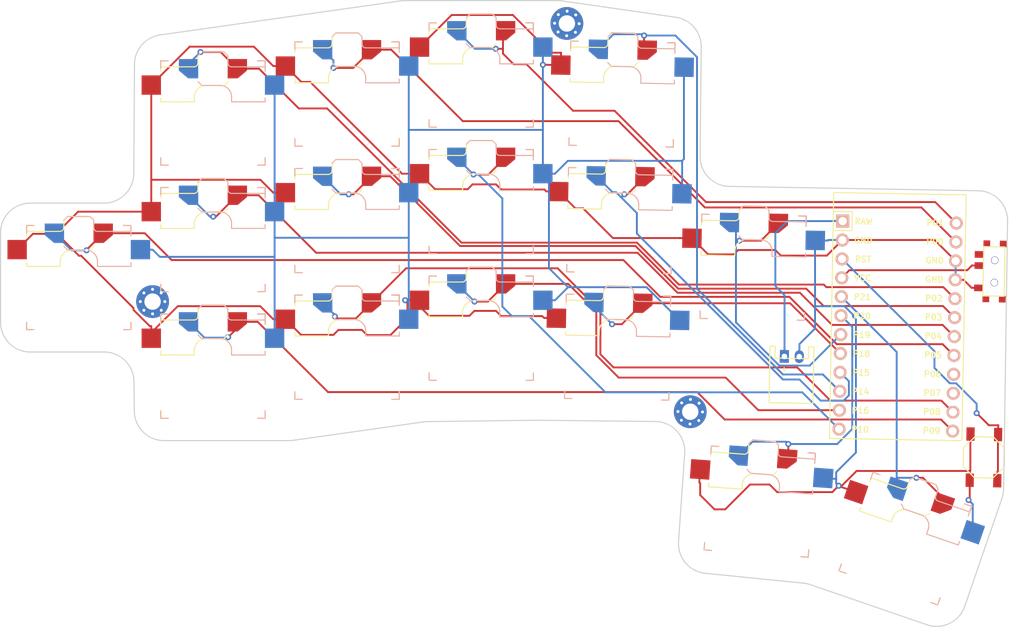
<source format=kicad_pcb>
(kicad_pcb (version 20221018) (generator pcbnew)
  (title_block (title "custom_split") (rev "v1.0.0") (company "Unknown"))
  (layers (0 "F.Cu" signal) (31 "B.Cu" signal) (34 "B.Paste" user) (35 "F.Paste" user) (36 "B.SilkS" user "B.Silkscreen") (37 "F.SilkS" user "F.Silkscreen") (38 "B.Mask" user) (39 "F.Mask" user) (44 "Edge.Cuts" user))
  (net 0 "")
  (net 1 "P5")
  (net 2 "GND")
  (net 3 "P9")
  (net 4 "P4")
  (net 5 "P2")
  (net 6 "P8")
  (net 7 "P3")
  (net 8 "P0")
  (net 9 "P16")
  (net 10 "P10")
  (net 11 "P1")
  (net 12 "P18")
  (net 13 "P15")
  (net 14 "P14")
  (net 15 "P19")
  (net 16 "P20")
  (net 17 "P21")
  (net 18 "RAW")
  (net 19 "RST")
  (net 20 "VCC")
  (net 21 "P6")
  (net 22 "P7")
  (footprint "E73:SPDT_C128955" (layer "F.Cu") (at 282.8852 152.1813 -91)
    (fp_text reference "T1" hide)
    (fp_text value "" hide)
  )
  (footprint "E73:SW_TACT_ALPS_SKQGABE010" (layer "F.Cu") (at 281.4592 177.1502 89)
    (fp_text reference "B1" hide)
    (fp_text value "" hide)
  )
  (footprint "PG1350" (layer "F.Cu") (at 232.5967 145.3526 -1)
    (fp_text reference "S12" hide)
    (fp_text value "")
  )
  (footprint "PG1350" (layer "F.Cu") (at 251.381 183.0862 -4)
    (fp_text reference "S15" hide)
    (fp_text value "")
  )
  (footprint "MountingHole_2.2mm_M2_Pad_Via" (layer "F.Cu") (at 169.9 156.23)
    (fp_text reference "_1" hide)
    (fp_text value "")
  )
  (footprint "ProMicro" (layer "F.Cu") (at 269.8851 159.5205 -91)
    (fp_text reference "MCU1" hide)
    (fp_text value "" hide)
  )
  (footprint "PG1350" (layer "F.Cu") (at 196 162.35)
    (fp_text reference "S5" hide)
    (fp_text value "")
  )
  (footprint "MountingHole_2.2mm_M2_Pad_Via" (layer "F.Cu") (at 242.0501 171.0215 -1)
    (fp_text reference "_3" hide)
    (fp_text value "")
  )
  (footprint "PG1350" (layer "F.Cu") (at 178 164.9)
    (fp_text reference "S2" hide)
    (fp_text value "")
  )
  (footprint "PG1350" (layer "F.Cu") (at 232.8934 128.3552 -1)
    (fp_text reference "S13" hide)
    (fp_text value "")
  )
  (footprint "PG1350" (layer "F.Cu") (at 160 153)
    (fp_text reference "S1" hide)
    (fp_text value "")
  )
  (footprint "MountingHole_2.2mm_M2_Pad_Via" (layer "F.Cu") (at 225.4977 118.8747 -1)
    (fp_text reference "_2" hide)
    (fp_text value "")
  )
  (footprint "PG1350" (layer "F.Cu") (at 178 130.9)
    (fp_text reference "S4" hide)
    (fp_text value "")
  )
  (footprint "PG1350" (layer "F.Cu") (at 250.4901 151.6158 -1)
    (fp_text reference "S14" hide)
    (fp_text value "")
  )
  (footprint "PG1350" (layer "F.Cu") (at 214 159.8)
    (fp_text reference "S8" hide)
    (fp_text value "")
  )
  (footprint "PG1350" (layer "F.Cu") (at 214 125.8)
    (fp_text reference "S10" hide)
    (fp_text value "")
  )
  (footprint "PG1350" (layer "F.Cu") (at 232.3 162.35 -1)
    (fp_text reference "S11" hide)
    (fp_text value "")
  )
  (footprint "JST_PH_S2B-PH-K_02x2.00mm_Angled" (layer "F.Cu") (at 255.6816 163.6083 -1)
    (fp_text reference "JST1" hide)
    (fp_text value "" hide)
  )
  (footprint "PG1350" (layer "F.Cu") (at 178 147.9)
    (fp_text reference "S3" hide)
    (fp_text value "")
  )
  (footprint "PG1350" (layer "F.Cu") (at 196 145.35)
    (fp_text reference "S6" hide)
    (fp_text value "")
  )
  (footprint "PG1350" (layer "F.Cu") (at 196 128.35)
    (fp_text reference "S7" hide)
    (fp_text value "")
  )
  (footprint "PG1350" (layer "F.Cu") (at 214 142.8)
    (fp_text reference "S9" hide)
    (fp_text value "")
  )
  (footprint "PG1350" (layer "F.Cu") (at 270.9134 188.0574 -19)
    (fp_text reference "S16" hide)
    (fp_text value "")
  )
  (gr_line (start 224.783037 115.840674) (end 240.09809 118.041547) (stroke (width 0.15)) (layer "Edge.Cuts"))
  (gr_arc (start 167.476587 124.349454) (mid 168.465126 121.743798) (end 170.915431 120.416147) (stroke (width 0.15)) (layer "Edge.Cuts"))
  (gr_arc (start 284.106372 181.381511) (mid 284.046992 182.011911) (end 283.888878 182.625042) (stroke (width 0.15)) (layer "Edge.Cuts"))
  (gr_arc (start 149.5 147) (mid 150.671573 144.171573) (end 153.5 143) (stroke (width 0.15)) (layer "Edge.Cuts"))
  (gr_arc (start 171.449898 174.900001) (mid 168.639351 173.746197) (end 167.450215 170.950416) (stroke (width 0.15)) (layer "Edge.Cuts"))
  (gr_line (start 167.450215 170.950416) (end 167.399785 166.949584) (stroke (width 0.15)) (layer "Edge.Cuts"))
  (gr_arc (start 203.220862 115.839545) (mid 203.500698 115.809899) (end 203.781926 115.8) (stroke (width 0.15)) (layer "Edge.Cuts"))
  (gr_arc (start 224.214056 115.8) (mid 224.499272 115.810182) (end 224.783037 115.840674) (stroke (width 0.15)) (layer "Edge.Cuts"))
  (gr_line (start 188.218074 174.9) (end 171.449898 174.9) (stroke (width 0.15)) (layer "Edge.Cuts"))
  (gr_arc (start 278.887896 197.148951) (mid 276.859306 199.441855) (end 273.803548 199.628753) (stroke (width 0.15)) (layer "Edge.Cuts"))
  (gr_arc (start 188.779138 174.860455) (mid 188.499302 174.890101) (end 188.218074 174.9) (stroke (width 0.15)) (layer "Edge.Cuts"))
  (gr_line (start 153.5 143) (end 163.377057 143) (stroke (width 0.15)) (layer "Edge.Cuts"))
  (gr_line (start 203.781926 115.8) (end 224.214056 115.8) (stroke (width 0.15)) (layer "Edge.Cuts"))
  (gr_arc (start 206.245159 172.386102) (mid 206.500633 172.358248) (end 206.757368 172.346856) (stroke (width 0.15)) (layer "Edge.Cuts"))
  (gr_arc (start 221.581336 172.165785) (mid 221.627072 172.165488) (end 221.672809 172.165714) (stroke (width 0.15)) (layer "Edge.Cuts"))
  (gr_line (start 237.360473 172.332868) (end 221.672809 172.165714) (stroke (width 0.15)) (layer "Edge.Cuts"))
  (gr_arc (start 280.705074 141.341586) (mid 283.508776 142.558364) (end 284.634833 145.399717) (stroke (width 0.15)) (layer "Edge.Cuts"))
  (gr_line (start 163.400102 163) (end 153.5 163) (stroke (width 0.15)) (layer "Edge.Cuts"))
  (gr_line (start 284.634833 145.399717) (end 284.106372 181.38151) (stroke (width 0.15)) (layer "Edge.Cuts"))
  (gr_line (start 273.803548 199.628753) (end 258.168953 194.24533) (stroke (width 0.15)) (layer "Edge.Cuts"))
  (gr_line (start 167.376965 139.027149) (end 167.476587 124.349454) (stroke (width 0.15)) (layer "Edge.Cuts"))
  (gr_line (start 221.581336 172.165785) (end 206.757368 172.346856) (stroke (width 0.15)) (layer "Edge.Cuts"))
  (gr_arc (start 237.360473 172.332868) (mid 240.257761 173.620271) (end 241.308111 176.611667) (stroke (width 0.15)) (layer "Edge.Cuts"))
  (gr_arc (start 257.267542 194.047541) (mid 257.723971 194.120352) (end 258.168953 194.24533) (stroke (width 0.15)) (layer "Edge.Cuts"))
  (gr_arc (start 247.302111 140.758535) (mid 244.503986 139.547504) (end 243.372149 136.716419) (stroke (width 0.15)) (layer "Edge.Cuts"))
  (gr_line (start 283.888878 182.625042) (end 278.887895 197.148951) (stroke (width 0.15)) (layer "Edge.Cuts"))
  (gr_arc (start 244.069041 192.718157) (mid 241.411306 191.316081) (end 240.479646 188.459267) (stroke (width 0.15)) (layer "Edge.Cuts"))
  (gr_arc (start 240.098091 118.041547) (mid 242.565963 119.397505) (end 243.528881 122.043597) (stroke (width 0.15)) (layer "Edge.Cuts"))
  (gr_line (start 149.5 159) (end 149.5 147) (stroke (width 0.15)) (layer "Edge.Cuts"))
  (gr_arc (start 163.400102 162.999999) (mid 166.210649 164.153803) (end 167.399785 166.949584) (stroke (width 0.15)) (layer "Edge.Cuts"))
  (gr_line (start 257.267542 194.047541) (end 244.069041 192.718156) (stroke (width 0.15)) (layer "Edge.Cuts"))
  (gr_line (start 170.915431 120.416147) (end 203.220862 115.839545) (stroke (width 0.15)) (layer "Edge.Cuts"))
  (gr_line (start 243.528881 122.043597) (end 243.372149 136.716419) (stroke (width 0.15)) (layer "Edge.Cuts"))
  (gr_line (start 247.302112 140.758534) (end 280.705074 141.341585) (stroke (width 0.15)) (layer "Edge.Cuts"))
  (gr_arc (start 153.5 163) (mid 150.671573 161.828427) (end 149.5 159) (stroke (width 0.15)) (layer "Edge.Cuts"))
  (gr_line (start 206.245159 172.386103) (end 188.779138 174.860455) (stroke (width 0.15)) (layer "Edge.Cuts"))
  (gr_line (start 240.479646 188.459267) (end 241.308111 176.611666) (stroke (width 0.15)) (layer "Edge.Cuts"))
  (gr_arc (start 167.376965 139.027149) (mid 166.195869 141.83801) (end 163.377057 143) (stroke (width 0.15)) (layer "Edge.Cuts"))
  (segment (start 261.7127 161.9492) (end 255.355 155.5915) (width 0.25) (layer "F.Cu") (net 1))
  (segment (start 168.8574 147.05) (end 163.275 147.05) (width 0.25) (layer "F.Cu") (net 1))
  (segment (start 238.0162 155.5915) (end 233.0764 150.6517) (width 0.25) (layer "F.Cu") (net 1))
  (segment (start 233.0764 150.6517) (end 172.4591 150.6517) (width 0.25) (layer "F.Cu") (net 1))
  (segment (start 172.4591 150.6517) (end 168.8574 147.05) (width 0.25) (layer "F.Cu") (net 1))
  (segment (start 163.275 147.05) (end 161.0438 149.2812) (width 0.25) (layer "F.Cu") (net 1))
  (segment (start 275.9237 161.9492) (end 261.7127 161.9492) (width 0.25) (layer "F.Cu") (net 1))
  (segment (start 277.4374 163.4629) (end 275.9237 161.9492) (width 0.25) (layer "F.Cu") (net 1))
  (segment (start 255.355 155.5915) (end 238.0162 155.5915) (width 0.25) (layer "F.Cu") (net 1))
  (segment (start 161.0438 149.2812) (end 161.0438 149.3425) (width 0.25) (layer "F.Cu") (net 1))
  (via (at 161.0438 149.3425) (size 0.8) (drill 0.4) (layers "F.Cu" "B.Cu") (net 1))
  (segment (start 159.0175 149.3425) (end 161.0438 149.3425) (width 0.25) (layer "B.Cu") (net 1))
  (segment (start 156.725 147.05) (end 159.0175 149.3425) (width 0.25) (layer "B.Cu") (net 1))
  (segment (start 184.3451 156.847) (end 186.0981 158.6) (width 0.25) (layer "F.Cu") (net 2))
  (segment (start 244.4481 149.8883) (end 242.2818 147.722) (width 0.25) (layer "F.Cu") (net 2))
  (segment (start 213.0811 157.4784) (end 215.9799 157.4784) (width 0.25) (layer "F.Cu") (net 2))
  (segment (start 169.5216 159.5231) (end 169.725 159.5231) (width 0.25) (layer "F.Cu") (net 2))
  (segment (start 253.719 181.8176) (end 261.1168 181.8176) (width 0.25) (layer "F.Cu") (net 2))
  (segment (start 169.725 161.15) (end 169.725 160.4039) (width 0.25) (layer "F.Cu") (net 2))
  (segment (start 242.2818 147.722) (end 240.6267 147.693) (width 0.25) (layer "F.Cu") (net 2))
  (segment (start 194.8336 160.0357) (end 197.9872 160.0357) (width 0.25) (layer "F.Cu") (net 2))
  (segment (start 243.3877 182.215) (end 245.303 184.1303) (width 0.25) (layer "F.Cu") (net 2))
  (segment (start 215.9901 140.4886) (end 212.8307 140.4886) (width 0.25) (layer "F.Cu") (net 2))
  (segment (start 204.9116 156.05) (end 206.9983 158.1367) (width 0.25) (layer "F.Cu") (net 2))
  (segment (start 169.725 144.15) (end 169.725 142.5231) (width 0.25) (layer "F.Cu") (net 2))
  (segment (start 243.3877 180.626) (end 243.3877 182.215) (width 0.25) (layer "F.Cu") (net 2))
  (segment (start 223.3095 122.8064) (end 218.2433 117.7402) (width 0.25) (layer "F.Cu") (net 2))
  (segment (start 222.7333 141.4298) (end 222.4814 141.1779) (width 0.25) (layer "F.Cu") (net 2))
  (segment (start 210.0348 117.7402) (end 205.725 122.05) (width 0.25) (layer "F.Cu") (net 2))
  (segment (start 187.725 158.6) (end 189.826 160.701) (width 0.25) (layer "F.Cu") (net 2))
  (segment (start 198.6794 160.7279) (end 201.8178 160.7279) (width 0.25) (layer "F.Cu") (net 2))
  (segment (start 261.1168 181.8176) (end 261.9713 180.9631) (width 0.25) (layer "F.Cu") (net 2))
  (segment (start 169.725 139.8649) (end 184.363 139.8649) (width 0.25) (layer "F.Cu") (net 2))
  (segment (start 279.6419 178.9107) (end 279.5772 178.9754) (width 0.25) (layer "F.Cu") (net 2))
  (segment (start 174.8841 121.9909) (end 169.725 127.15) (width 0.25) (layer "F.Cu") (net 2))
  (segment (start 277.6148 153.3045) (end 278.7326 153.3045) (width 0.25) (layer "F.Cu") (net 2))
  (segment (start 224.3884 141.4588) (end 226.6404 143.7108) (width 0.25) (layer "F.Cu") (net 2))
  (segment (start 222.4814 141.1779) (end 216.6794 141.1779) (width 0.25) (layer "F.Cu") (net 2))
  (segment (start 252.6949 180.7935) (end 253.719 181.8176) (width 0.25) (layer "F.Cu") (net 2))
  (segment (start 157.0752 147.1286) (end 153.8464 147.1286) (width 0.25) (layer "F.Cu") (net 2))
  (segment (start 277.6591 150.7648) (end 274.8536 147.9593) (width 0.25) (layer "F.Cu") (net 2))
  (segment (start 169.725 139.8649) (end 169.725 142.5231) (width 0.25) (layer "F.Cu") (net 2))
  (segment (start 222.275 124.4272) (end 223.0248 124.4272) (width 0.25) (layer "F.Cu") (net 2))
  (segment (start 274.8536 147.9593) (end 262.4657 147.9593) (width 0.25) (layer "F.Cu") (net 2))
  (segment (start 206.9983 158.1367) (end 212.4228 158.1367) (width 0.25) (layer "F.Cu") (net 2))
  (segment (start 173.2819 156.847) (end 184.3451 156.847) (width 0.25) (layer "F.Cu") (net 2))
  (segment (start 194.1683 160.701) (end 194.8336 160.0357) (width 0.25) (layer "F.Cu") (net 2))
  (segment (start 224.7141 122.8064) (end 223.3095 122.8064) (width 0.25) (layer "F.Cu") (net 2))
  (segment (start 247.906 149.8883) (end 244.4481 149.8883) (width 0.25) (layer "F.Cu") (net 2))
  (segment (start 205.725 156.05) (end 204.9116 156.05) (width 0.25) (layer "F.Cu") (net 2))
  (segment (start 231.6672 147.6931) (end 240.6267 147.6931) (width 0.25) (layer "F.Cu") (net 2))
  (segment (start 250.0823 180.7935) (end 252.6949 180.7935) (width 0.25) (layer "F.Cu") (net 2))
  (segment (start 224.3884 141.4588) (end 222.7333 141.4298) (width 0.25) (layer "F.Cu") (net 2))
  (segment (start 159.9095 144.15) (end 157.0752 146.9843) (width 0.25) (layer "F.Cu") (net 2))
  (segment (start 216.6793 158.1778) (end 222.1872 158.1778) (width 0.25) (layer "F.Cu") (net 2))
  (segment (start 207.813 141.138) (end 205.725 139.05) (width 0.25) (layer "F.Cu") (net 2))
  (segment (start 243.3877 178.7681) (end 243.2662 180.5046) (width 0.25) (layer "F.Cu") (net 2))
  (segment (start 224.0917 158.4562) (end 222.4366 158.4272) (width 0.25) (layer "F.Cu") (net 2))
  (segment (start 157.0752 146.9843) (end 157.0752 147.1286) (width 0.25) (layer "F.Cu") (net 2))
  (segment (start 223.0248 124.4272) (end 223.03 124.4324) (width 0.25) (layer "F.Cu") (net 2))
  (segment (start 280.7712 154.3947) (end 279.8059 154.3778) (width 0.25) (layer "F.Cu") (net 2))
  (segment (start 264.3723 178.9754) (end 262.2422 181.1055) (width 0.25) (layer "F.Cu") (net 2))
  (segment (start 226.6404 143.7108) (end 227.6849 143.7108) (width 0.25) (layer "F.Cu") (net 2))
  (segment (start 279.555379 182.724621) (end 279.4 182.88) (width 0.25) (layer "F.Cu") (net 2))
  (segment (start 279.555379 180.217441) (end 279.555379 182.724621) (width 0.25) (layer "F.Cu") (net 2))
  (segment (start 224.6851 124.4614) (end 223.03 124.4324) (width 0.25) (layer "F.Cu") (net 2))
  (segment (start 279.5771 178.9754) (end 264.3723 178.9754) (width 0.25) (layer "F.Cu") (net 2))
  (segment (start 218.2433 117.7402) (end 210.0348 117.7402) (width 0.25) (layer "F.Cu") (net 2))
  (segment (start 254.2068 150.0533) (end 253.4602 149.3067) (width 0.25) (layer "F.Cu") (net 2))
  (segment (start 262.0998 180.9631) (end 262.2422 181.1055) (width 0.25) (layer "F.Cu") (net 2))
  (segment (start 191.0482 126.728) (end 189.853 126.728) (width 0.25) (layer "F.Cu") (net 2))
  (segment (start 245.303 184.1303) (end 246.7455 184.1303) (width 0.25) (layer "F.Cu") (net 2))
  (segment (start 186.0981 124.6) (end 183.489 121.9909) (width 0.25) (layer "F.Cu") (net 2))
  (segment (start 157.0752 147.1286) (end 160.0161 150.0695) (width 0.25) (layer "F.Cu") (net 2))
  (segment (start 203.3702 139.05) (end 191.0482 126.728) (width 0.25) (layer "F.Cu") (net 2))
  (segment (start 204.9116 156.05) (end 204.0981 156.05) (width 0.25) (layer "F.Cu") (net 2))
  (segment (start 212.8307 140.4886) (end 212.1813 141.138) (width 0.25) (layer "F.Cu") (net 2))
  (segment (start 205.725 139.05) (end 203.3702 139.05) (width 0.25) (layer "F.Cu") (net 2))
  (segment (start 278.7326 153.3045) (end 279.8059 154.3778) (width 0.25) (layer "F.Cu") (net 2))
  (segment (start 153.8464 147.1286) (end 151.725 149.25) (width 0.25) (layer "F.Cu") (net 2))
  (segment (start 262.4657 147.9593) (end 260.3717 150.0533) (width 0.25) (layer "F.Cu") (net 2))
  (segment (start 160.3146 150.0695) (end 167.3304 157.0853) (width 0.25) (layer "F.Cu") (net 2))
  (segment (start 167.3304 157.3319) (end 169.5216 159.5231) (width 0.25) (layer "F.Cu") (net 2))
  (segment (start 279.5772 178.9754) (end 279.5771 178.9754) (width 0.25) (layer "F.Cu") (net 2))
  (segment (start 189.853 126.728) (end 187.725 124.6) (width 0.25) (layer "F.Cu") (net 2))
  (segment (start 224.6851 124.4614) (end 224.7141 122.8064) (width 0.25) (layer "F.Cu") (net 2))
  (segment (start 184.363 139.8649) (end 186.0981 141.6) (width 0.25) (layer "F.Cu") (net 2))
  (segment (start 279.5554 180.2174) (end 279.5771 178.9754) (width 0.25) (layer "F.Cu") (net 2))
  (segment (start 169.725 127.15) (end 169.725 139.8649) (width 0.25) (layer "F.Cu") (net 2))
  (segment (start 201.8178 160.7279) (end 204.0981 158.4476) (width 0.25) (layer "F.Cu") (net 2))
  (segment (start 197.9872 160.0357) (end 198.6794 160.7279) (width 0.25) (layer "F.Cu") (net 2))
  (segment (start 240.6267 147.6931) (end 240.6267 147.693) (width 0.25) (layer "F.Cu") (net 2))
  (segment (start 204.0981 158.4476) (end 204.0981 156.05) (width 0.25) (layer "F.Cu") (net 2))
  (segment (start 187.725 124.6) (end 186.0981 124.6) (width 0.25) (layer "F.Cu") (net 2))
  (segment (start 246.7455 184.1303) (end 250.0823 180.7935) (width 0.25) (layer "F.Cu") (net 2))
  (segment (start 216.6794 141.1779) (end 215.9901 140.4886) (width 0.25) (layer "F.Cu") (net 2))
  (segment (start 215.9799 157.4784) (end 216.6793 158.1778) (width 0.25) (layer "F.Cu") (net 2))
  (segment (start 264.3101 181.8176) (end 262.2422 181.1055) (width 0.25) (layer "F.Cu") (net 2))
  (segment (start 169.725 160.4039) (end 173.2819 156.847) (width 0.25) (layer "F.Cu") (net 2))
  (segment (start 183.489 121.9909) (end 174.8841 121.9909) (width 0.25) (layer "F.Cu") (net 2))
  (segment (start 279.6636 174.0184) (end 279.6419 175.2604) (width 0.25) (layer "F.Cu") (net 2))
  (segment (start 212.1813 141.138) (end 207.813 141.138) (width 0.25) (layer "F.Cu") (net 2))
  (segment (start 169.725 160.4039) (end 169.725 159.5231) (width 0.25) (layer "F.Cu") (net 2))
  (segment (start 212.4228 158.1367) (end 213.0811 157.4784) (width 0.25) (layer "F.Cu") (net 2))
  (segment (start 169.725 144.15) (end 159.9095 144.15) (width 0.25) (layer "F.Cu") (net 2))
  (segment (start 248.4876 149.3067) (end 247.906 149.8883) (width 0.25) (layer "F.Cu") (net 2))
  (segment (start 260.3717 150.0533) (end 254.2068 150.0533) (width 0.25) (layer "F.Cu") (net 2))
  (segment (start 204.0981 156.05) (end 203.7985 156.05) (width 0.25) (layer "F.Cu") (net 2))
  (segment (start 243.2663 180.5046) (end 243.3877 180.626) (width 0.25) (layer "F.Cu") (net 2))
  (segment (start 243.2662 180.5046) (end 243.2663 180.5046) (width 0.25) (layer "F.Cu") (net 2))
  (segment (start 227.6849 143.7108) (end 231.6672 147.6931) (width 0.25) (layer "F.Cu") (net 2))
  (segment (start 189.826 160.701) (end 194.1683 160.701) (width 0.25) (layer "F.Cu") (net 2))
  (segment (start 167.3304 157.0853) (end 167.3304 157.3319) (width 0.25) (layer "F.Cu") (net 2))
  (segment (start 187.725 141.6) (end 186.0981 141.6) (width 0.25) (layer "F.Cu") (net 2))
  (segment (start 279.6419 175.2604) (end 279.6419 178.9107) (width 0.25) (layer "F.Cu") (net 2))
  (segment (start 253.4602 149.3067) (end 248.4876 149.3067) (width 0.25) (layer "F.Cu") (net 2))
  (segment (start 187.725 158.6) (end 186.0981 158.6) (width 0.25) (layer "F.Cu") (net 2))
  (segment (start 222.1872 158.1778) (end 222.4366 158.4272) (width 0.25) (layer "F.Cu") (net 2))
  (segment (start 261.9713 180.9631) (end 262.0998 180.9631) (width 0.25) (layer "F.Cu") (net 2))
  (segment (start 160.0161 150.0695) (end 160.3146 150.0695) (width 0.25) (layer "F.Cu") (net 2))
  (via (at 203.7985 156.05) (size 0.8) (drill 0.4) (layers "F.Cu" "B.Cu") (net 2))
  (via (at 279.4 182.88) (size 0.8) (drill 0.4) (layers "F.Cu" "B.Cu") (net 2))
  (via (at 222.275 124.4272) (size 0.8) (drill 0.4) (layers "F.Cu" "B.Cu") (net 2))
  (via (at 261.9713 180.9631) (size 0.8) (drill 0.4) (layers "F.Cu" "B.Cu") (net 2))
  (segment (start 262.4657 147.9593) (end 260.5648 147.9593) (width 0.25) (layer "B.Cu") (net 2))
  (segment (start 204.275 147.6543) (end 186.275 147.6543) (width 0.25) (layer "B.Cu") (net 2))
  (segment (start 260.4844 148.0397) (end 260.4844 148.0398) (width 0.25) (layer "B.Cu") (net 2))
  (segment (start 261.6339 180.0441) (end 261.6339 180.6257) (width 0.25) (layer "B.Cu") (net 2))
  (segment (start 258.8004 149.6659) (end 258.8004 156.8568) (width 0.25) (layer "B.Cu") (net 2))
  (segment (start 258.8293 148.0108) (end 260.4844 148.0398) (width 0.25) (layer "B.Cu") (net 2))
  (segment (start 258.8004 156.8568) (end 262.7539 156.8568) (width 0.25) (layer "B.Cu") (net 2))
  (segment (start 240.9359 141.7476) (end 240.9649 140.0925) (width 0.25) (layer "B.Cu") (net 2))
  (segment (start 222.275 139.05) (end 223.0885 139.05) (width 0.25) (layer "B.Cu") (net 2))
  (segment (start 277.6148 153.3045) (end 277.6591 153.2602) (width 0.25) (layer "B.Cu") (net 2))
  (segment (start 186.275 144.15) (end 186.275 147.6543) (width 0.25) (layer "B.Cu") (net 2))
  (segment (start 263.8871 158.2296) (end 264.2825 158.625) (width 0.25) (layer "B.Cu") (net 2))
  (segment (start 223.0885 139.05) (end 223.9019 139.05) (width 0.25) (layer "B.Cu") (net 2))
  (segment (start 264.2825 158.625) (end 264.2825 176.4983) (width 0.25) (layer "B.Cu") (net 2))
  (segment (start 258.8003 149.6659) (end 258.8004 149.6659) (width 0.25) (layer "B.Cu") (net 2))
  (segment (start 222.275 122.05) (end 222.275 124.4272) (width 0.25) (layer "B.Cu") (net 2))
  (segment (start 225.6301 137.3218) (end 223.9019 139.05) (width 0.25) (layer "B.Cu") (net 2))
  (segment (start 258.8004 159.84) (end 256.7021 161.9383) (width 0.25) (layer "B.Cu") (net 2))
  (segment (start 204.275 158.6) (end 204.275 156.05) (width 0.25) (layer "B.Cu") (net 2))
  (segment (start 263.8871 157.99) (end 263.8871 158.2296) (width 0.25) (layer "B.Cu") (net 2))
  (segment (start 277.6591 153.2602) (end 277.6591 150.7648) (width 0.25) (layer "B.Cu") (net 2))
  (segment (start 170.8708 150.2189) (end 169.9019 149.25) (width 0.25) (layer "B.Cu") (net 2))
  (segment (start 241.2036 126.4053) (end 241.2037 126.4053) (width 0.25) (layer "B.Cu") (net 2))
  (segment (start 204.275 156.05) (end 203.7985 156.05) (width 0.25) (layer "B.Cu") (net 2))
  (segment (start 264.2825 176.4983) (end 261.6339 179.1469) (width 0.25) (layer "B.Cu") (net 2))
  (segment (start 222.275 133.1649) (end 222.275 139.05) (width 0.25) (layer "B.Cu") (net 2))
  (segment (start 204.275 156.05) (end 204.275 147.6543) (width 0.25) (layer "B.Cu") (net 2))
  (segment (start 256.6814 163.6258) (end 256.7021 162.4422) (width 0.25) (layer "B.Cu") (net 2))
  (segment (start 258.8004 156.8568) (end 258.8004 159.84) (width 0.25) (layer "B.Cu") (net 2))
  (segment (start 258.8293 148.0108) (end 258.8003 149.6659) (width 0.25) (layer "B.Cu") (net 2))
  (segment (start 222.275 156.05) (end 223.9019 156.05) (width 0.25) (layer "B.Cu") (net 2))
  (segment (start 241.2037 126.4053) (end 241.2037 137.083) (width 0.25) (layer "B.Cu") (net 2))
  (segment (start 256.7021 161.9383) (end 256.7021 162.4422) (width 0.25) (layer "B.Cu") (net 2))
  (segment (start 186.275 150.2189) (end 170.8708 150.2189) (width 0.25) (layer "B.Cu") (net 2))
  (segment (start 236.1923 154.2981) (end 225.6538 154.2981) (width 0.25) (layer "B.Cu") (net 2))
  (segment (start 204.275 141.6) (end 204.275 133.1649) (width 0.25) (layer "B.Cu") (net 2))
  (segment (start 225.6538 154.2981) (end 223.9019 156.05) (width 0.25) (layer "B.Cu") (net 2))
  (segment (start 222.275 124.4272) (end 222.275 133.1649) (width 0.25) (layer "B.Cu") (net 2))
  (segment (start 186.275 150.2189) (end 186.275 161.15) (width 0.25) (layer "B.Cu") (net 2))
  (segment (start 223.0885 139.05) (end 223.0885 151.7328) (width 0.25) (layer "B.Cu") (net 2))
  (segment (start 241.2037 137.083) (end 240.9649 137.3218) (width 0.25) (layer "B.Cu") (net 2))
  (segment (start 240.6392 158.745) (end 236.1923 154.2981) (width 0.25) (layer "B.Cu") (net 2))
  (segment (start 261.6339 179.1469) (end 261.6339 180.0441) (width 0.25) (layer "B.Cu") (net 2))
  (segment (start 204.275 133.1649) (end 204.275 124.6) (width 0.25) (layer "B.Cu") (net 2))
  (segment (start 204.275 147.6543) (end 204.275 141.6) (width 0.25) (layer "B.Cu") (net 2))
  (segment (start 262.7539 156.8568) (end 263.8871 157.99) (width 0.25) (layer "B.Cu") (net 2))
  (segment (start 222.275 133.1649) (end 204.275 133.1649) (width 0.25) (layer "B.Cu") (net 2))
  (segment (start 279.958447 187.205782) (end 279.958447 183.438447) (width 0.25) (layer "B.Cu") (net 2))
  (segment (start 241.2326 124.7502) (end 241.2036 126.4053) (width 0.25) (layer "B.Cu") (net 2))
  (segment (start 186.275 127.15) (end 186.275 144.15) (width 0.25) (layer "B.Cu") (net 2))
  (segment (start 260.5648 147.9593) (end 260.4844 148.0397) (width 0.25) (layer "B.Cu") (net 2))
  (segment (start 186.275 147.6543) (end 186.275 150.2189) (width 0.25) (layer "B.Cu") (net 2))
  (segment (start 240.9649 137.3218) (end 225.6301 137.3218) (width 0.25) (layer "B.Cu") (net 2))
  (segment (start 168.275 149.25) (end 169.9019 149.25) (width 0.25) (layer "B.Cu") (net 2))
  (segment (start 240.9649 137.3218) (end 240.9649 140.0925) (width 0.25) (layer "B.Cu") (net 2))
  (segment (start 259.8974 179.9226) (end 261.6339 180.0441) (width 0.25) (layer "B.Cu") (net 2))
  (segment (start 279.958447 183.438447) (end 279.4 182.88) (width 0.25) (layer "B.Cu") (net 2))
  (segment (start 223.0885 151.7328) (end 225.6538 154.2981) (width 0.25) (layer "B.Cu") (net 2))
  (segment (start 261.6339 180.6257) (end 261.9713 180.9631) (width 0.25) (layer "B.Cu") (net 2))
  (segment (start 184.0068 158.95) (end 181.275 158.95) (width 0.25) (layer "F.Cu") (net 3))
  (segment (start 242.9832 168.381) (end 193.4378 168.381) (width 0.25) (layer "F.Cu") (net 3))
  (segment (start 181.275 159.7724) (end 180.0407 161.0067) (width 0.25) (layer "F.Cu") (net 3))
  (segment (start 246.6657 172.0635) (end 242.9832 168.381) (width 0.25) (layer "F.Cu") (net 3))
  (segment (start 193.4378 168.381) (end 184.0068 158.95) (width 0.25) (layer "F.Cu") (net 3))
  (segment (start 181.275 158.95) (end 181.275 159.7724) (width 0.25) (layer "F.Cu") (net 3))
  (segment (start 275.7022 172.0635) (end 246.6657 172.0635) (width 0.25) (layer "F.Cu") (net 3))
  (segment (start 277.2601 173.6214) (end 275.7022 172.0635) (width 0.25) (layer "F.Cu") (net 3))
  (via (at 180.0407 161.0067) (size 0.8) (drill 0.4) (layers "F.Cu" "B.Cu") (net 3))
  (segment (start 180.0407 161.0067) (end 179.9743 161.0731) (width 0.25) (layer "B.Cu") (net 3))
  (segment (start 179.9743 161.0731) (end 176.8481 161.0731) (width 0.25) (layer "B.Cu") (net 3))
  (segment (start 176.8481 161.0731) (end 174.725 158.95) (width 0.25) (layer "B.Cu") (net 3))
  (segment (start 191.8475 149.6687) (end 184.1288 141.95) (width 0.25) (layer "F.Cu") (net 4))
  (segment (start 181.275 141.95) (end 178.4073 144.8177) (width 0.25) (layer "F.Cu") (net 4))
  (segment (start 184.1288 141.95) (end 181.275 141.95) (width 0.25) (layer "F.Cu") (net 4))
  (segment (start 261.0867 159.3654) (end 256.7619 155.0406) (width 0.25) (layer "F.Cu") (net 4))
  (segment (start 256.7619 155.0406) (end 240.3429 155.0406) (width 0.25) (layer "F.Cu") (net 4))
  (segment (start 277.4818 160.9233) (end 275.9239 159.3654) (width 0.25) (layer "F.Cu") (net 4))
  (segment (start 275.9239 159.3654) (end 261.0867 159.3654) (width 0.25) (layer "F.Cu") (net 4))
  (segment (start 240.3429 155.0406) (end 234.971 149.6687) (width 0.25) (layer "F.Cu") (net 4))
  (segment (start 234.971 149.6687) (end 191.8475 149.6687) (width 0.25) (layer "F.Cu") (net 4))
  (segment (start 178.4073 144.8177) (end 178.0387 144.8177) (width 0.25) (layer "F.Cu") (net 4))
  (via (at 178.0387 144.8177) (size 0.8) (drill 0.4) (layers "F.Cu" "B.Cu") (net 4))
  (segment (start 177.5927 144.8177) (end 174.725 141.95) (width 0.25) (layer "B.Cu") (net 4))
  (segment (start 178.0387 144.8177) (end 177.5927 144.8177) (width 0.25) (layer "B.Cu") (net 4))
  (segment (start 184.1826 124.95) (end 181.275 124.95) (width 0.25) (layer "F.Cu") (net 5))
  (segment (start 181.275 124.95) (end 179.0441 122.7191) (width 0.25) (layer "F.Cu") (net 5))
  (segment (start 259.9678 153.9416) (end 240.5221 153.9416) (width 0.25) (layer "F.Cu") (net 5))
  (segment (start 234.8916 148.3111) (end 211.3469 148.3111) (width 0.25) (layer "F.Cu") (net 5))
  (segment (start 240.5221 153.9416) (end 234.8916 148.3111) (width 0.25) (layer "F.Cu") (net 5))
  (segment (start 211.3469 148.3111) (end 193.3244 130.2886) (width 0.25) (layer "F.Cu") (net 5))
  (segment (start 276.0124 154.2861) (end 260.3123 154.2861) (width 0.25) (layer "F.Cu") (net 5))
  (segment (start 193.3244 130.2886) (end 189.5212 130.2886) (width 0.25) (layer "F.Cu") (net 5))
  (segment (start 277.5704 155.8441) (end 276.0124 154.2861) (width 0.25) (layer "F.Cu") (net 5))
  (segment (start 179.0441 122.7191) (end 176.3306 122.7191) (width 0.25) (layer "F.Cu") (net 5))
  (segment (start 189.5212 130.2886) (end 184.1826 124.95) (width 0.25) (layer "F.Cu") (net 5))
  (segment (start 260.3123 154.2861) (end 259.9678 153.9416) (width 0.25) (layer "F.Cu") (net 5))
  (via (at 176.3306 122.7191) (size 0.8) (drill 0.4) (layers "F.Cu" "B.Cu") (net 5))
  (segment (start 174.725 124.3247) (end 176.3306 122.7191) (width 0.25) (layer "B.Cu") (net 5))
  (segment (start 174.725 124.95) (end 174.725 124.3247) (width 0.25) (layer "B.Cu") (net 5))
  (segment (start 260.8651 169.5239) (end 256.4143 165.0731) (width 0.25) (layer "F.Cu") (net 6))
  (segment (start 203.9159 151.7591) (end 199.275 156.4) (width 0.25) (layer "F.Cu") (net 6))
  (segment (start 224.2602 151.7591) (end 203.9159 151.7591) (width 0.25) (layer "F.Cu") (net 6))
  (segment (start 229.9945 157.4934) (end 224.2602 151.7591) (width 0.25) (layer "F.Cu") (net 6))
  (segment (start 275.7467 169.5239) (end 260.8651 169.5239) (width 0.25) (layer "F.Cu") (net 6))
  (segment (start 194.6375 158.4981) (end 197.1769 158.4981) (width 0.25) (layer "F.Cu") (net 6))
  (segment (start 197.1769 158.4981) (end 199.275 156.4) (width 0.25) (layer "F.Cu") (net 6))
  (segment (start 256.4143 165.0731) (end 231.7609 165.0731) (width 0.25) (layer "F.Cu") (net 6))
  (segment (start 229.9945 163.3067) (end 229.9945 157.4934) (width 0.25) (layer "F.Cu") (net 6))
  (segment (start 277.3045 171.0817) (end 275.7467 169.5239) (width 0.25) (layer "F.Cu") (net 6))
  (segment (start 194.363 158.2236) (end 194.6375 158.4981) (width 0.25) (layer "F.Cu") (net 6))
  (segment (start 231.7609 165.0731) (end 229.9945 163.3067) (width 0.25) (layer "F.Cu") (net 6))
  (via (at 194.363 158.2236) (size 0.8) (drill 0.4) (layers "F.Cu" "B.Cu") (net 6))
  (segment (start 194.363 158.038) (end 192.725 156.4) (width 0.25) (layer "B.Cu") (net 6))
  (segment (start 194.363 158.2236) (end 194.363 158.038) (width 0.25) (layer "B.Cu") (net 6))
  (segment (start 257.6152 154.4911) (end 240.4325 154.4911) (width 0.25) (layer "F.Cu") (net 7))
  (segment (start 277.5261 158.3837) (end 275.9681 156.8257) (width 0.25) (layer "F.Cu") (net 7))
  (segment (start 211.1597 148.763) (end 201.7967 139.4) (width 0.25) (layer "F.Cu") (net 7))
  (segment (start 240.4325 154.4911) (end 234.7044 148.763) (width 0.25) (layer "F.Cu") (net 7))
  (segment (start 259.9498 156.8257) (end 257.6152 154.4911) (width 0.25) (layer "F.Cu") (net 7))
  (segment (start 275.9681 156.8257) (end 259.9498 156.8257) (width 0.25) (layer "F.Cu") (net 7))
  (segment (start 234.7044 148.763) (end 211.1597 148.763) (width 0.25) (layer "F.Cu") (net 7))
  (segment (start 196.8478 141.8272) (end 196.2206 141.8272) (width 0.25) (layer "F.Cu") (net 7))
  (segment (start 201.7967 139.4) (end 199.275 139.4) (width 0.25) (layer "F.Cu") (net 7))
  (segment (start 199.275 139.4) (end 196.8478 141.8272) (width 0.25) (layer "F.Cu") (net 7))
  (via (at 196.2206 141.8272) (size 0.8) (drill 0.4) (layers "F.Cu" "B.Cu") (net 7))
  (segment (start 196.2206 141.8272) (end 195.1522 141.8272) (width 0.25) (layer "B.Cu") (net 7))
  (segment (start 195.1522 141.8272) (end 192.725 139.4) (width 0.25) (layer "B.Cu") (net 7))
  (segment (start 244.0222 143.5898) (end 273.068 143.5898) (width 0.25) (layer "F.Cu") (net 8))
  (segment (start 273.068 143.5898) (end 277.7034 148.2252) (width 0.25) (layer "F.Cu") (net 8))
  (segment (start 232.4278 131.9954) (end 244.0222 143.5898) (width 0.25) (layer "F.Cu") (net 8))
  (segment (start 196.8243 124.8507) (end 194.1741 124.8507) (width 0.25) (layer "F.Cu") (net 8))
  (segment (start 199.275 122.4) (end 201.9312 122.4) (width 0.25) (layer "F.Cu") (net 8))
  (segment (start 201.9312 122.4) (end 211.5266 131.9954) (width 0.25) (layer "F.Cu") (net 8))
  (segment (start 211.5266 131.9954) (end 232.4278 131.9954) (width 0.25) (layer "F.Cu") (net 8))
  (segment (start 199.275 122.4) (end 196.8243 124.8507) (width 0.25) (layer "F.Cu") (net 8))
  (via (at 194.1741 124.8507) (size 0.8) (drill 0.4) (layers "F.Cu" "B.Cu") (net 8))
  (segment (start 194.1741 123.8491) (end 192.725 122.4) (width 0.25) (layer "B.Cu") (net 8))
  (segment (start 194.1741 124.8507) (end 194.1741 123.8491) (width 0.25) (layer "B.Cu") (net 8))
  (segment (start 262.0668 170.8158) (end 251.1881 170.8158) (width 0.25) (layer "F.Cu") (net 9))
  (segment (start 246.8067 166.4344) (end 232.448 166.4344) (width 0.25) (layer "F.Cu") (net 9))
  (segment (start 217.275 153.85) (end 214.9004 156.2246) (width 0.25) (layer "F.Cu") (net 9))
  (segment (start 251.1881 170.8158) (end 246.8067 166.4344) (width 0.25) (layer "F.Cu") (net 9))
  (segment (start 225.675 153.85) (end 217.275 153.85) (width 0.25) (layer "F.Cu") (net 9))
  (segment (start 229.4431 157.6181) (end 225.675 153.85) (width 0.25) (layer "F.Cu") (net 9))
  (segment (start 214.9004 156.2246) (end 213.0996 156.2246) (width 0.25) (layer "F.Cu") (net 9))
  (segment (start 229.4431 163.4295) (end 229.4431 157.6181) (width 0.25) (layer "F.Cu") (net 9))
  (segment (start 232.448 166.4344) (end 229.4431 163.4295) (width 0.25) (layer "F.Cu") (net 9))
  (via (at 213.0996 156.2246) (size 0.8) (drill 0.4) (layers "F.Cu" "B.Cu") (net 9))
  (segment (start 210.725 153.85) (end 213.0996 156.2246) (width 0.25) (layer "B.Cu") (net 9))
  (segment (start 214.9599 139.1651) (end 212.9631 139.1651) (width 0.25) (layer "F.Cu") (net 10))
  (segment (start 217.275 136.85) (end 214.9599 139.1651) (width 0.25) (layer "F.Cu") (net 10))
  (via (at 212.9631 139.1651) (size 0.8) (drill 0.4) (layers "F.Cu" "B.Cu") (net 10))
  (segment (start 257.0865 168.4194) (end 262.0225 173.3554) (width 0.25) (layer "B.Cu") (net 10))
  (segment (start 220.429 158.1779) (end 230.6705 168.4194) (width 0.25) (layer "B.Cu") (net 10))
  (segment (start 230.6705 168.4194) (end 257.0865 168.4194) (width 0.25) (layer "B.Cu") (net 10))
  (segment (start 216.8378 142.3761) (end 216.8378 156.8961) (width 0.25) (layer "B.Cu") (net 10))
  (segment (start 213.6268 139.1651) (end 216.8378 142.3761) (width 0.25) (layer "B.Cu") (net 10))
  (segment (start 212.9631 139.1651) (end 213.6268 139.1651) (width 0.25) (layer "B.Cu") (net 10))
  (segment (start 218.1196 158.1779) (end 220.429 158.1779) (width 0.25) (layer "B.Cu") (net 10))
  (segment (start 216.8378 156.8961) (end 218.1196 158.1779) (width 0.25) (layer "B.Cu") (net 10))
  (segment (start 210.725 136.85) (end 210.725 136.927) (width 0.25) (layer "B.Cu") (net 10))
  (segment (start 210.725 136.927) (end 212.9631 139.1651) (width 0.25) (layer "B.Cu") (net 10))
  (segment (start 216.9205 122.9282) (end 218.337 124.3447) (width 0.25) (layer "F.Cu") (net 11))
  (segment (start 244.1594 142.8617) (end 274.9238 142.8617) (width 0.25) (layer "F.Cu") (net 11))
  (segment (start 218.337 124.3447) (end 220.0703 124.3447) (width 0.25) (layer "F.Cu") (net 11))
  (segment (start 220.0703 124.3447) (end 226.3198 130.5942) (width 0.25) (layer "F.Cu") (net 11))
  (segment (start 216.9205 122.2769) (end 216.9205 122.9282) (width 0.25) (layer "F.Cu") (net 11))
  (segment (start 226.3198 130.5942) (end 231.8919 130.5942) (width 0.25) (layer "F.Cu") (net 11))
  (segment (start 217.275 119.85) (end 216.9205 120.2045) (width 0.25) (layer "F.Cu") (net 11))
  (segment (start 215.953 122.2769) (end 216.9205 122.2769) (width 0.25) (layer "F.Cu") (net 11))
  (segment (start 274.9238 142.8617) (end 277.7477 145.6856) (width 0.25) (layer "F.Cu") (net 11))
  (segment (start 216.9205 120.2045) (end 216.9205 122.2769) (width 0.25) (layer "F.Cu") (net 11))
  (segment (start 231.8919 130.5942) (end 244.1594 142.8617) (width 0.25) (layer "F.Cu") (net 11))
  (via (at 215.953 122.2769) (size 0.8) (drill 0.4) (layers "F.Cu" "B.Cu") (net 11))
  (segment (start 215.953 122.2768) (end 215.953 122.2769) (width 0.25) (layer "B.Cu") (net 11))
  (segment (start 210.725 119.85) (end 213.1518 122.2768) (width 0.25) (layer "B.Cu") (net 11))
  (segment (start 213.1518 122.2768) (end 215.953 122.2768) (width 0.25) (layer "B.Cu") (net 11))
  (segment (start 255.461 156.4581) (end 262.1998 163.1969) (width 0.25) (layer "F.Cu") (net 12))
  (segment (start 232.8682 159.2682) (end 231.5557 159.2682) (width 0.25) (layer "F.Cu") (net 12))
  (segment (start 235.6783 156.4581) (end 232.8682 159.2682) (width 0.25) (layer "F.Cu") (net 12))
  (segment (start 235.6783 156.4581) (end 255.461 156.4581) (width 0.25) (layer "F.Cu") (net 12))
  (via (at 231.5557 159.2682) (size 0.8) (drill 0.4) (layers "F.Cu" "B.Cu") (net 12))
  (segment (start 229.1293 156.8418) (end 229.1293 156.3437) (width 0.25) (layer "B.Cu") (net 12))
  (segment (start 231.5557 159.2682) (end 229.1293 156.8418) (width 0.25) (layer "B.Cu") (net 12))
  (segment (start 233.6067 141.829) (end 233.208 141.829) (width 0.25) (layer "F.Cu") (net 13))
  (segment (start 235.975 139.4607) (end 233.6067 141.829) (width 0.25) (layer "F.Cu") (net 13))
  (via (at 233.208 141.829) (size 0.8) (drill 0.4) (layers "F.Cu" "B.Cu") (net 13))
  (segment (start 231.6227 141.543) (end 229.426 139.3463) (width 0.25) (layer "B.Cu") (net 13))
  (segment (start 262.1554 165.7365) (end 263.3343 166.9154) (width 0.25) (layer "B.Cu") (net 13))
  (segment (start 233.208 141.829) (end 232.7943 142.2427) (width 0.25) (layer "B.Cu") (net 13))
  (segment (start 232.7943 142.2427) (end 232.0945 141.543) (width 0.25) (layer "B.Cu") (net 13))
  (segment (start 234.8881 147.0984) (end 234.8881 144.3366) (width 0.25) (layer "B.Cu") (net 13))
  (segment (start 259.548 169.5239) (end 256.7141 166.69) (width 0.25) (layer "B.Cu") (net 13))
  (segment (start 256.7141 166.69) (end 254.4797 166.69) (width 0.25) (layer "B.Cu") (net 13))
  (segment (start 263.3343 168.8277) (end 262.6381 169.5239) (width 0.25) (layer "B.Cu") (net 13))
  (segment (start 254.4797 166.69) (end 234.8881 147.0984) (width 0.25) (layer "B.Cu") (net 13))
  (segment (start 234.8881 144.3366) (end 232.7943 142.2427) (width 0.25) (layer "B.Cu") (net 13))
  (segment (start 262.6381 169.5239) (end 259.548 169.5239) (width 0.25) (layer "B.Cu") (net 13))
  (segment (start 232.0945 141.543) (end 231.6227 141.543) (width 0.25) (layer "B.Cu") (net 13))
  (segment (start 263.3343 166.9154) (end 263.3343 168.8277) (width 0.25) (layer "B.Cu") (net 13))
  (segment (start 235.8591 122.0507) (end 235.8591 120.4956) (width 0.25) (layer "F.Cu") (net 14))
  (segment (start 236.2717 122.4633) (end 235.8591 122.0507) (width 0.25) (layer "F.Cu") (net 14))
  (via (at 235.8591 120.4956) (size 0.8) (drill 0.4) (layers "F.Cu" "B.Cu") (net 14))
  (segment (start 231.7495 120.3221) (end 235.6856 120.3221) (width 0.25) (layer "B.Cu") (net 14))
  (segment (start 229.7227 122.3489) (end 231.7495 120.3221) (width 0.25) (layer "B.Cu") (net 14))
  (segment (start 254.4946 166.0158) (end 259.8507 166.0158) (width 0.25) (layer "B.Cu") (net 14))
  (segment (start 242.9586 154.4798) (end 254.4946 166.0158) (width 0.25) (layer "B.Cu") (net 14))
  (segment (start 242.9586 123.3951) (end 242.9586 154.4798) (width 0.25) (layer "B.Cu") (net 14))
  (segment (start 235.8591 120.4956) (end 240.0591 120.4956) (width 0.25) (layer "B.Cu") (net 14))
  (segment (start 235.6856 120.3221) (end 235.8591 120.4956) (width 0.25) (layer "B.Cu") (net 14))
  (segment (start 259.8507 166.0158) (end 262.1111 168.2762) (width 0.25) (layer "B.Cu") (net 14))
  (segment (start 240.0591 120.4956) (end 242.9586 123.3951) (width 0.25) (layer "B.Cu") (net 14))
  (segment (start 253.8684 145.7239) (end 251.5501 148.0422) (width 0.25) (layer "F.Cu") (net 15))
  (segment (start 251.5501 148.0422) (end 248.6506 148.0422) (width 0.25) (layer "F.Cu") (net 15))
  (via (at 248.6506 148.0422) (size 0.8) (drill 0.4) (layers "F.Cu" "B.Cu") (net 15))
  (segment (start 248.1859 159.0114) (end 248.1859 148.0422) (width 0.25) (layer "B.Cu") (net 15))
  (segment (start 248.1859 146.476) (end 247.3194 145.6095) (width 0.25) (layer "B.Cu") (net 15))
  (segment (start 248.1859 148.0422) (end 248.1859 146.476) (width 0.25) (layer "B.Cu") (net 15))
  (segment (start 253.9941 164.8196) (end 248.1859 159.0114) (width 0.25) (layer "B.Cu") (net 15))
  (segment (start 262.2441 160.6573) (end 258.0818 164.8196) (width 0.25) (layer "B.Cu") (net 15))
  (segment (start 258.0818 164.8196) (end 253.9941 164.8196) (width 0.25) (layer "B.Cu") (net 15))
  (segment (start 248.1859 148.0422) (end 248.6506 148.0422) (width 0.25) (layer "B.Cu") (net 15))
  (segment (start 255.2098 177.2324) (end 255.2098 175.357) (width 0.25) (layer "F.Cu") (net 16))
  (segment (start 255.0631 177.3791) (end 255.2098 177.2324) (width 0.25) (layer "F.Cu") (net 16))
  (via (at 255.2098 175.357) (size 0.8) (drill 0.4) (layers "F.Cu" "B.Cu") (net 16))
  (segment (start 263.7952 159.6245) (end 263.7952 173.3294) (width 0.25) (layer "B.Cu") (net 16))
  (segment (start 262.2884 158.1177) (end 263.7952 159.6245) (width 0.25) (layer "B.Cu") (net 16))
  (segment (start 250.4058 175.0454) (end 254.8982 175.0454) (width 0.25) (layer "B.Cu") (net 16))
  (segment (start 254.8982 175.0454) (end 255.2098 175.357) (width 0.25) (layer "B.Cu") (net 16))
  (segment (start 263.7952 173.3294) (end 261.7676 175.357) (width 0.25) (layer "B.Cu") (net 16))
  (segment (start 261.7676 175.357) (end 255.2098 175.357) (width 0.25) (layer "B.Cu") (net 16))
  (segment (start 248.529 176.9222) (end 250.4058 175.0454) (width 0.25) (layer "B.Cu") (net 16))
  (segment (start 273.2696 179.891) (end 275.9471 182.5685) (width 0.25) (layer "F.Cu") (net 17))
  (segment (start 275.9471 182.5685) (end 275.9471 183.4978) (width 0.25) (layer "F.Cu") (net 17))
  (segment (start 272.4027 179.891) (end 273.2696 179.891) (width 0.25) (layer "F.Cu") (net 17))
  (via (at 272.4027 179.891) (size 0.8) (drill 0.4) (layers "F.Cu" "B.Cu") (net 17))
  (segment (start 262.3328 155.5781) (end 269.754 162.9993) (width 0.25) (layer "B.Cu") (net 17))
  (segment (start 269.754 179.891) (end 269.754 181.3653) (width 0.25) (layer "B.Cu") (net 17))
  (segment (start 269.754 162.9993) (end 269.754 179.891) (width 0.25) (layer "B.Cu") (net 17))
  (segment (start 269.754 179.891) (end 272.4027 179.891) (width 0.25) (layer "B.Cu") (net 17))
  (segment (start 254.7026 155.3653) (end 254.7026 162.398) (width 0.25) (layer "B.Cu") (net 18))
  (segment (start 253.472 154.1347) (end 254.7026 155.3653) (width 0.25) (layer "B.Cu") (net 18))
  (segment (start 262.5101 145.4196) (end 261.286 145.3982) (width 0.25) (layer "B.Cu") (net 18))
  (segment (start 261.286 145.3982) (end 261.2646 145.4196) (width 0.25) (layer "B.Cu") (net 18))
  (segment (start 254.6818 163.5908) (end 254.7027 162.398) (width 0.25) (layer "B.Cu") (net 18))
  (segment (start 255.0741 145.4196) (end 253.472 147.0217) (width 0.25) (layer "B.Cu") (net 18))
  (segment (start 253.472 147.0217) (end 253.472 154.1347) (width 0.25) (layer "B.Cu") (net 18))
  (segment (start 254.7026 162.398) (end 254.7027 162.398) (width 0.25) (layer "B.Cu") (net 18))
  (segment (start 261.2646 145.4196) (end 255.0741 145.4196) (width 0.25) (layer "B.Cu") (net 18))
  (segment (start 283.2765 179.04) (end 283.2766 179.04) (width 0.25) (layer "F.Cu") (net 19))
  (segment (start 283.2548 180.282) (end 283.2765 179.04) (width 0.25) (layer "F.Cu") (net 19))
  (segment (start 283.3413 178.9753) (end 283.3413 175.325) (width 0.25) (layer "F.Cu") (net 19))
  (segment (start 280.4964 171.2164) (end 282.1209 172.8409) (width 0.25) (layer "F.Cu") (net 19))
  (segment (start 283.363 174.083) (end 283.3847 172.8409) (width 0.25) (layer "F.Cu") (net 19))
  (segment (start 282.1209 172.8409) (end 283.3847 172.8409) (width 0.25) (layer "F.Cu") (net 19))
  (segment (start 283.2766 179.04) (end 283.3413 178.9753) (width 0.25) (layer "F.Cu") (net 19))
  (segment (start 280.4857 171.2164) (end 280.4964 171.2164) (width 0.25) (layer "F.Cu") (net 19))
  (segment (start 283.363 174.083) (end 283.3413 175.325) (width 0.25) (layer "F.Cu") (net 19))
  (via (at 280.4857 171.2164) (size 0.8) (drill 0.4) (layers "F.Cu" "B.Cu") (net 19))
  (segment (start 274.8226 162.9001) (end 274.8226 165.1357) (width 0.25) (layer "B.Cu") (net 19))
  (segment (start 276.8926 167.2057) (end 277.7374 167.2057) (width 0.25) (layer "B.Cu") (net 19))
  (segment (start 280.4857 169.954) (end 280.4857 171.2164) (width 0.25) (layer "B.Cu") (net 19))
  (segment (start 277.7374 167.2057) (end 280.4857 169.954) (width 0.25) (layer "B.Cu") (net 19))
  (segment (start 262.4214 150.4989) (end 274.8226 162.9001) (width 0.25) (layer "B.Cu") (net 19))
  (segment (start 274.8226 165.1357) (end 276.8926 167.2057) (width 0.25) (layer "B.Cu") (net 19))
  (segment (start 279.8581 151.3783) (end 279.8581 151.3784) (width 0.25) (layer "F.Cu") (net 20))
  (segment (start 279.8581 151.3784) (end 279.224 152.0125) (width 0.25) (layer "F.Cu") (net 20))
  (segment (start 279.224 152.0125) (end 263.4031 152.0125) (width 0.25) (layer "F.Cu") (net 20))
  (segment (start 280.8236 151.3952) (end 279.8581 151.3783) (width 0.25) (layer "F.Cu") (net 20))
  (segment (start 263.4031 152.0125) (end 262.3771 153.0385) (width 0.25) (layer "F.Cu") (net 20))
)
</source>
